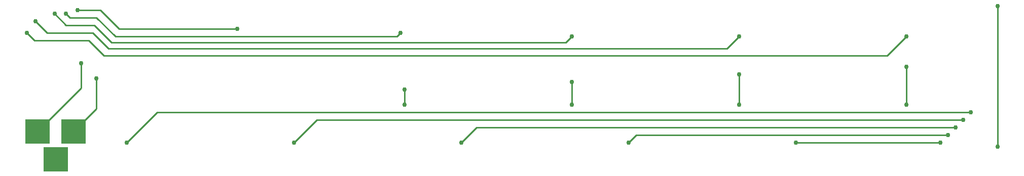
<source format=gbr>
G04 EAGLE Gerber RS-274X export*
G75*
%MOMM*%
%FSLAX34Y34*%
%LPD*%
%INBottom Copper*%
%IPPOS*%
%AMOC8*
5,1,8,0,0,1.08239X$1,22.5*%
G01*
G04 Define Apertures*
%ADD10R,4.115994X4.115994*%
%ADD11C,0.254000*%
%ADD12C,0.756400*%
D10*
X139700Y711200D03*
X109700Y664200D03*
X79700Y711200D03*
D11*
X215900Y882650D02*
X412750Y882650D01*
D12*
X146050Y914400D03*
D11*
X184150Y914400D01*
X215900Y882650D01*
D12*
X412750Y882650D03*
D11*
X209550Y869950D02*
X679450Y869950D01*
D12*
X127000Y908050D03*
D11*
X133350Y901700D01*
X177800Y901700D01*
X209550Y869950D01*
X679450Y869950D02*
X685800Y876300D01*
D12*
X685800Y876300D03*
D11*
X961390Y859790D02*
X203200Y859790D01*
D12*
X107950Y908050D03*
D11*
X127000Y889000D01*
X173990Y889000D01*
X203200Y859790D01*
X961390Y859790D02*
X971550Y869950D01*
D12*
X971550Y869950D03*
D11*
X1230630Y849630D02*
X198120Y849630D01*
D12*
X76200Y895350D03*
D11*
X95250Y876300D01*
X171450Y876300D01*
X198120Y849630D01*
X1230630Y849630D02*
X1250950Y869950D01*
D12*
X1250950Y869950D03*
D11*
X1498600Y838200D02*
X190500Y838200D01*
D12*
X61262Y876300D03*
D11*
X73962Y863600D01*
X165100Y863600D01*
X190500Y838200D01*
X1498600Y838200D02*
X1530350Y869950D01*
D12*
X1530350Y869950D03*
D11*
X152400Y783900D02*
X79700Y711200D01*
X152400Y783900D02*
X152400Y825500D01*
D12*
X152400Y825500D03*
X1682750Y685800D03*
D11*
X1682750Y920750D01*
D12*
X1682750Y920750D03*
D11*
X177800Y749300D02*
X139700Y711200D01*
X177800Y749300D02*
X177800Y800100D01*
D12*
X177800Y800100D03*
X692150Y755650D03*
D11*
X692150Y781050D01*
D12*
X692150Y781050D03*
X971550Y755650D03*
D11*
X971550Y793750D01*
D12*
X971550Y793750D03*
X1250950Y755650D03*
D11*
X1250950Y806450D01*
D12*
X1250950Y806450D03*
X1530350Y755650D03*
D11*
X1530350Y819150D01*
D12*
X1530350Y819150D03*
X228600Y692150D03*
D11*
X279400Y742950D01*
X1638300Y742950D01*
D12*
X1638300Y742950D03*
X508000Y692150D03*
D11*
X546100Y730250D01*
X1625600Y730250D01*
D12*
X1625600Y730250D03*
X787400Y692150D03*
D11*
X812800Y717550D01*
X1612900Y717550D01*
D12*
X1612900Y717550D03*
X1066800Y692150D03*
D11*
X1079500Y704850D01*
X1600200Y704850D01*
D12*
X1600200Y704850D03*
X1346200Y692150D03*
D11*
X1587500Y692150D01*
D12*
X1587500Y692150D03*
M02*

</source>
